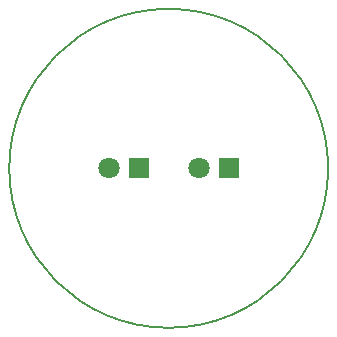
<source format=gbs>
G04 #@! TF.GenerationSoftware,KiCad,Pcbnew,6.0.8-f2edbf62ab~116~ubuntu20.04.1*
G04 #@! TF.CreationDate,2022-10-20T17:58:05+02:00*
G04 #@! TF.ProjectId,IR-Lese-Schreibkopf,49522d4c-6573-4652-9d53-636872656962,rev?*
G04 #@! TF.SameCoordinates,Original*
G04 #@! TF.FileFunction,Soldermask,Bot*
G04 #@! TF.FilePolarity,Negative*
%FSLAX46Y46*%
G04 Gerber Fmt 4.6, Leading zero omitted, Abs format (unit mm)*
G04 Created by KiCad (PCBNEW 6.0.8-f2edbf62ab~116~ubuntu20.04.1) date 2022-10-20 17:58:05*
%MOMM*%
%LPD*%
G01*
G04 APERTURE LIST*
G04 #@! TA.AperFunction,Profile*
%ADD10C,0.200000*%
G04 #@! TD*
%ADD11R,1.800000X1.800000*%
%ADD12C,1.800000*%
G04 APERTURE END LIST*
D10*
X150660000Y-99060000D02*
G75*
G03*
X150660000Y-99060000I-13500000J0D01*
G01*
D11*
X134620000Y-99060000D03*
D12*
X132080000Y-99060000D03*
D11*
X142240000Y-99060000D03*
D12*
X139700000Y-99060000D03*
M02*

</source>
